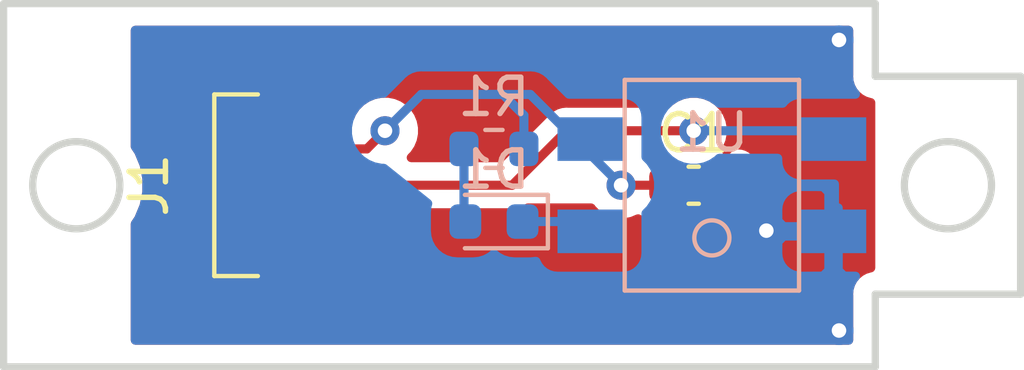
<source format=kicad_pcb>
(kicad_pcb (version 20171130) (host pcbnew "(5.1.10)-1")

  (general
    (thickness 1.6)
    (drawings 14)
    (tracks 26)
    (zones 0)
    (modules 5)
    (nets 6)
  )

  (page A4)
  (layers
    (0 F.Cu signal)
    (31 B.Cu signal)
    (32 B.Adhes user)
    (33 F.Adhes user)
    (34 B.Paste user)
    (35 F.Paste user)
    (36 B.SilkS user)
    (37 F.SilkS user)
    (38 B.Mask user)
    (39 F.Mask user)
    (40 Dwgs.User user)
    (41 Cmts.User user)
    (42 Eco1.User user)
    (43 Eco2.User user)
    (44 Edge.Cuts user)
    (45 Margin user)
    (46 B.CrtYd user)
    (47 F.CrtYd user)
    (48 B.Fab user)
    (49 F.Fab user)
  )

  (setup
    (last_trace_width 0.25)
    (user_trace_width 0.2)
    (trace_clearance 0.2)
    (zone_clearance 0.508)
    (zone_45_only no)
    (trace_min 0.2)
    (via_size 0.8)
    (via_drill 0.4)
    (via_min_size 0.4)
    (via_min_drill 0.3)
    (uvia_size 0.3)
    (uvia_drill 0.1)
    (uvias_allowed no)
    (uvia_min_size 0.2)
    (uvia_min_drill 0.1)
    (edge_width 0.05)
    (segment_width 0.2)
    (pcb_text_width 0.3)
    (pcb_text_size 1.5 1.5)
    (mod_edge_width 0.12)
    (mod_text_size 1 1)
    (mod_text_width 0.15)
    (pad_size 1.524 1.524)
    (pad_drill 0.762)
    (pad_to_mask_clearance 0)
    (aux_axis_origin 0 0)
    (grid_origin 100 100)
    (visible_elements 7FFFFFFF)
    (pcbplotparams
      (layerselection 0x010fc_ffffffff)
      (usegerberextensions false)
      (usegerberattributes true)
      (usegerberadvancedattributes true)
      (creategerberjobfile true)
      (excludeedgelayer true)
      (linewidth 0.100000)
      (plotframeref false)
      (viasonmask false)
      (mode 1)
      (useauxorigin false)
      (hpglpennumber 1)
      (hpglpenspeed 20)
      (hpglpendiameter 15.000000)
      (psnegative false)
      (psa4output false)
      (plotreference true)
      (plotvalue true)
      (plotinvisibletext false)
      (padsonsilk false)
      (subtractmaskfromsilk false)
      (outputformat 1)
      (mirror false)
      (drillshape 1)
      (scaleselection 1)
      (outputdirectory ""))
  )

  (net 0 "")
  (net 1 +5V)
  (net 2 GND)
  (net 3 "Net-(D1-Pad1)")
  (net 4 "Net-(D1-Pad2)")
  (net 5 "Net-(J1-Pad2)")

  (net_class Default "This is the default net class."
    (clearance 0.2)
    (trace_width 0.25)
    (via_dia 0.8)
    (via_drill 0.4)
    (uvia_dia 0.3)
    (uvia_drill 0.1)
    (add_net +5V)
    (add_net GND)
    (add_net "Net-(D1-Pad1)")
    (add_net "Net-(D1-Pad2)")
    (add_net "Net-(J1-Pad2)")
  )

  (module Capacitor_SMD:C_0603_1608Metric (layer F.Cu) (tedit 5F68FEEE) (tstamp 61F771FD)
    (at 19 5)
    (descr "Capacitor SMD 0603 (1608 Metric), square (rectangular) end terminal, IPC_7351 nominal, (Body size source: IPC-SM-782 page 76, https://www.pcb-3d.com/wordpress/wp-content/uploads/ipc-sm-782a_amendment_1_and_2.pdf), generated with kicad-footprint-generator")
    (tags capacitor)
    (path /61F613B2)
    (attr smd)
    (fp_text reference C1 (at 0 -1.43) (layer F.SilkS)
      (effects (font (size 1 1) (thickness 0.15)))
    )
    (fp_text value 0.1u (at 0 1.43) (layer F.Fab)
      (effects (font (size 1 1) (thickness 0.15)))
    )
    (fp_line (start 1.48 0.73) (end -1.48 0.73) (layer F.CrtYd) (width 0.05))
    (fp_line (start 1.48 -0.73) (end 1.48 0.73) (layer F.CrtYd) (width 0.05))
    (fp_line (start -1.48 -0.73) (end 1.48 -0.73) (layer F.CrtYd) (width 0.05))
    (fp_line (start -1.48 0.73) (end -1.48 -0.73) (layer F.CrtYd) (width 0.05))
    (fp_line (start -0.14058 0.51) (end 0.14058 0.51) (layer F.SilkS) (width 0.12))
    (fp_line (start -0.14058 -0.51) (end 0.14058 -0.51) (layer F.SilkS) (width 0.12))
    (fp_line (start 0.8 0.4) (end -0.8 0.4) (layer F.Fab) (width 0.1))
    (fp_line (start 0.8 -0.4) (end 0.8 0.4) (layer F.Fab) (width 0.1))
    (fp_line (start -0.8 -0.4) (end 0.8 -0.4) (layer F.Fab) (width 0.1))
    (fp_line (start -0.8 0.4) (end -0.8 -0.4) (layer F.Fab) (width 0.1))
    (fp_text user %R (at 0 0) (layer F.Fab)
      (effects (font (size 0.4 0.4) (thickness 0.06)))
    )
    (pad 1 smd roundrect (at -0.775 0) (size 0.9 0.95) (layers F.Cu F.Paste F.Mask) (roundrect_rratio 0.25)
      (net 1 +5V))
    (pad 2 smd roundrect (at 0.775 0) (size 0.9 0.95) (layers F.Cu F.Paste F.Mask) (roundrect_rratio 0.25)
      (net 2 GND))
    (model ${KISYS3DMOD}/Capacitor_SMD.3dshapes/C_0603_1608Metric.wrl
      (at (xyz 0 0 0))
      (scale (xyz 1 1 1))
      (rotate (xyz 0 0 0))
    )
  )

  (module Diode_SMD:D_0603_1608Metric (layer B.Cu) (tedit 5F68FEF0) (tstamp 61F771A8)
    (at 13.5 6 180)
    (descr "Diode SMD 0603 (1608 Metric), square (rectangular) end terminal, IPC_7351 nominal, (Body size source: http://www.tortai-tech.com/upload/download/2011102023233369053.pdf), generated with kicad-footprint-generator")
    (tags diode)
    (path /61F61394)
    (attr smd)
    (fp_text reference D1 (at 0 1.43) (layer B.SilkS)
      (effects (font (size 1 1) (thickness 0.15)) (justify mirror))
    )
    (fp_text value SIR19-21C/TR8 (at 0 -1.43) (layer B.Fab)
      (effects (font (size 1 1) (thickness 0.15)) (justify mirror))
    )
    (fp_line (start 1.48 -0.73) (end -1.48 -0.73) (layer B.CrtYd) (width 0.05))
    (fp_line (start 1.48 0.73) (end 1.48 -0.73) (layer B.CrtYd) (width 0.05))
    (fp_line (start -1.48 0.73) (end 1.48 0.73) (layer B.CrtYd) (width 0.05))
    (fp_line (start -1.48 -0.73) (end -1.48 0.73) (layer B.CrtYd) (width 0.05))
    (fp_line (start -1.485 -0.735) (end 0.8 -0.735) (layer B.SilkS) (width 0.12))
    (fp_line (start -1.485 0.735) (end -1.485 -0.735) (layer B.SilkS) (width 0.12))
    (fp_line (start 0.8 0.735) (end -1.485 0.735) (layer B.SilkS) (width 0.12))
    (fp_line (start 0.8 -0.4) (end 0.8 0.4) (layer B.Fab) (width 0.1))
    (fp_line (start -0.8 -0.4) (end 0.8 -0.4) (layer B.Fab) (width 0.1))
    (fp_line (start -0.8 0.1) (end -0.8 -0.4) (layer B.Fab) (width 0.1))
    (fp_line (start -0.5 0.4) (end -0.8 0.1) (layer B.Fab) (width 0.1))
    (fp_line (start 0.8 0.4) (end -0.5 0.4) (layer B.Fab) (width 0.1))
    (fp_text user %R (at 0 0) (layer B.Fab)
      (effects (font (size 0.4 0.4) (thickness 0.06)) (justify mirror))
    )
    (pad 1 smd roundrect (at -0.7875 0 180) (size 0.875 0.95) (layers B.Cu B.Paste B.Mask) (roundrect_rratio 0.25)
      (net 3 "Net-(D1-Pad1)"))
    (pad 2 smd roundrect (at 0.7875 0 180) (size 0.875 0.95) (layers B.Cu B.Paste B.Mask) (roundrect_rratio 0.25)
      (net 4 "Net-(D1-Pad2)"))
    (model ${KISYS3DMOD}/Diode_SMD.3dshapes/D_0603_1608Metric.wrl
      (at (xyz 0 0 0))
      (scale (xyz 1 1 1))
      (rotate (xyz 0 0 0))
    )
  )

  (module SH:SH_01x03 (layer F.Cu) (tedit 61F4D2AA) (tstamp 61F771D7)
    (at 8 5 90)
    (path /61F613A7)
    (fp_text reference J1 (at 0 -4 90) (layer F.SilkS)
      (effects (font (size 1 1) (thickness 0.15)))
    )
    (fp_text value SH3 (at 0 1.75 90) (layer F.Fab)
      (effects (font (size 1 1) (thickness 0.15)))
    )
    (fp_line (start -2.5 -2.2) (end 2.5 -2.2) (layer F.SilkS) (width 0.12))
    (fp_line (start -2.5 -2.2) (end -2.5 -1) (layer F.SilkS) (width 0.12))
    (fp_line (start 2.5 -2.2) (end 2.5 -1) (layer F.SilkS) (width 0.12))
    (pad 3 smd rect (at 1 -2.525 90) (size 0.6 1.55) (layers F.Cu F.Paste F.Mask)
      (net 1 +5V))
    (pad 1 smd rect (at -1 -2.525 90) (size 0.6 1.55) (layers F.Cu F.Paste F.Mask)
      (net 2 GND))
    (pad 2 smd rect (at 0 -2.525 90) (size 0.6 1.55) (layers F.Cu F.Paste F.Mask)
      (net 5 "Net-(J1-Pad2)"))
    (pad MP smd rect (at -2.3 0 90) (size 1.2 1.8) (layers F.Cu F.Paste F.Mask))
    (pad MP smd rect (at 2.3 0 90) (size 1.2 1.8) (layers F.Cu F.Paste F.Mask))
  )

  (module Resistor_SMD:R_0603_1608Metric (layer B.Cu) (tedit 5F68FEEE) (tstamp 61F77152)
    (at 13.5 4 180)
    (descr "Resistor SMD 0603 (1608 Metric), square (rectangular) end terminal, IPC_7351 nominal, (Body size source: IPC-SM-782 page 72, https://www.pcb-3d.com/wordpress/wp-content/uploads/ipc-sm-782a_amendment_1_and_2.pdf), generated with kicad-footprint-generator")
    (tags resistor)
    (path /61F6139A)
    (attr smd)
    (fp_text reference R1 (at 0 1.43) (layer B.SilkS)
      (effects (font (size 1 1) (thickness 0.15)) (justify mirror))
    )
    (fp_text value 68 (at 0 -1.43) (layer B.Fab)
      (effects (font (size 1 1) (thickness 0.15)) (justify mirror))
    )
    (fp_line (start 1.48 -0.73) (end -1.48 -0.73) (layer B.CrtYd) (width 0.05))
    (fp_line (start 1.48 0.73) (end 1.48 -0.73) (layer B.CrtYd) (width 0.05))
    (fp_line (start -1.48 0.73) (end 1.48 0.73) (layer B.CrtYd) (width 0.05))
    (fp_line (start -1.48 -0.73) (end -1.48 0.73) (layer B.CrtYd) (width 0.05))
    (fp_line (start -0.237258 -0.5225) (end 0.237258 -0.5225) (layer B.SilkS) (width 0.12))
    (fp_line (start -0.237258 0.5225) (end 0.237258 0.5225) (layer B.SilkS) (width 0.12))
    (fp_line (start 0.8 -0.4125) (end -0.8 -0.4125) (layer B.Fab) (width 0.1))
    (fp_line (start 0.8 0.4125) (end 0.8 -0.4125) (layer B.Fab) (width 0.1))
    (fp_line (start -0.8 0.4125) (end 0.8 0.4125) (layer B.Fab) (width 0.1))
    (fp_line (start -0.8 -0.4125) (end -0.8 0.4125) (layer B.Fab) (width 0.1))
    (fp_text user %R (at 0 0) (layer B.Fab)
      (effects (font (size 0.4 0.4) (thickness 0.06)) (justify mirror))
    )
    (pad 1 smd roundrect (at -0.825 0 180) (size 0.8 0.95) (layers B.Cu B.Paste B.Mask) (roundrect_rratio 0.25)
      (net 1 +5V))
    (pad 2 smd roundrect (at 0.825 0 180) (size 0.8 0.95) (layers B.Cu B.Paste B.Mask) (roundrect_rratio 0.25)
      (net 4 "Net-(D1-Pad2)"))
    (model ${KISYS3DMOD}/Resistor_SMD.3dshapes/R_0603_1608Metric.wrl
      (at (xyz 0 0 0))
      (scale (xyz 1 1 1))
      (rotate (xyz 0 0 0))
    )
  )

  (module sens:S7136 (layer B.Cu) (tedit 61F47F44) (tstamp 61F7717E)
    (at 19.5 5)
    (path /61F6138D)
    (fp_text reference U1 (at 0 -1.450002) (layer B.SilkS)
      (effects (font (size 1 1) (thickness 0.15)) (justify mirror))
    )
    (fp_text value S7136 (at 0 1.450002) (layer B.Fab)
      (effects (font (size 1 1) (thickness 0.15)) (justify mirror))
    )
    (fp_circle (center 0 1.450002) (end 0 0.966668) (layer B.SilkS) (width 0.12))
    (fp_line (start -2.4 2.9) (end 2.4 2.9) (layer B.SilkS) (width 0.12))
    (fp_line (start -2.4 -2.9) (end -2.4 2.9) (layer B.SilkS) (width 0.12))
    (fp_line (start 2.4 -2.9) (end -2.4 -2.9) (layer B.SilkS) (width 0.12))
    (fp_line (start 2.4 2.9) (end 2.4 -2.9) (layer B.SilkS) (width 0.12))
    (pad 1 smd rect (at -3.35 1.27) (size 1.8 1.2) (layers B.Cu B.Paste B.Mask)
      (net 3 "Net-(D1-Pad1)"))
    (pad 2 smd rect (at -3.35 -1.27) (size 1.8 1.2) (layers B.Cu B.Paste B.Mask)
      (net 1 +5V))
    (pad 3 smd rect (at 3.35 -1.27) (size 1.8 1.2) (layers B.Cu B.Paste B.Mask)
      (net 5 "Net-(J1-Pad2)"))
    (pad 4 smd rect (at 3.35 1.27) (size 1.8 1.2) (layers B.Cu B.Paste B.Mask)
      (net 2 GND))
  )

  (gr_circle (center 2 4.999999) (end 3.2 4.999999) (layer Edge.Cuts) (width 0.2))
  (gr_circle (center 26 4.999999) (end 27.2 4.999999) (layer Edge.Cuts) (width 0.2))
  (gr_line (start 27.999999 7.999999) (end 27.999999 1.999999) (layer Edge.Cuts) (width 0.2))
  (gr_line (start 23.999999 7.999999) (end 27.999999 7.999999) (layer Edge.Cuts) (width 0.2))
  (gr_line (start 23.999999 9.999999) (end 23.999999 7.999999) (layer Edge.Cuts) (width 0.2))
  (gr_line (start 0 9.999999) (end 23.999999 9.999999) (layer Edge.Cuts) (width 0.2))
  (gr_line (start 0 0) (end 0 9.999999) (layer Edge.Cuts) (width 0.2))
  (gr_line (start 23.999999 0) (end 0 0) (layer Edge.Cuts) (width 0.2))
  (gr_line (start 23.999999 2) (end 23.999999 0) (layer Edge.Cuts) (width 0.2))
  (gr_line (start 27.999999 1.999999) (end 23.999999 2) (layer Edge.Cuts) (width 0.2))
  (gr_line (start 23.5 2) (end 4 2) (layer Dwgs.User) (width 0.15) (tstamp 61F77131))
  (gr_line (start 23.5 8) (end 23.5 2) (layer Dwgs.User) (width 0.15) (tstamp 61F7713D))
  (gr_line (start 4 8) (end 23.5 8) (layer Dwgs.User) (width 0.15) (tstamp 61F77128))
  (gr_line (start 4 2) (end 4 8) (layer Dwgs.User) (width 0.15) (tstamp 61F77140))

  (segment (start 15.88 4) (end 16.15 3.73) (width 0.25) (layer B.Cu) (net 1) (tstamp 61F77239))
  (via (at 17 5) (size 0.8) (drill 0.4) (layers F.Cu B.Cu) (net 1) (tstamp 61F77284))
  (segment (start 18.225 5) (end 17 5) (width 0.25) (layer F.Cu) (net 1) (tstamp 61F7723F))
  (segment (start 17 5) (end 14.5 2.5) (width 0.25) (layer B.Cu) (net 1) (tstamp 61F7726C))
  (via (at 10.5 3.5) (size 0.8) (drill 0.4) (layers F.Cu B.Cu) (net 1) (tstamp 61F77281))
  (segment (start 11.5 2.5) (end 10.5 3.5) (width 0.25) (layer B.Cu) (net 1) (tstamp 61F77251))
  (segment (start 10 4) (end 5.475 4) (width 0.25) (layer F.Cu) (net 1) (tstamp 61F7724E))
  (segment (start 10.5 3.5) (end 10 4) (width 0.25) (layer F.Cu) (net 1) (tstamp 61F77248))
  (segment (start 13 2.5) (end 13.75 2.5) (width 0.25) (layer B.Cu) (net 1) (tstamp 61F77254))
  (segment (start 14.5 2.5) (end 13 2.5) (width 0.25) (layer B.Cu) (net 1) (tstamp 61F77269))
  (segment (start 13 2.5) (end 11.5 2.5) (width 0.25) (layer B.Cu) (net 1) (tstamp 61F7725A))
  (segment (start 14.325 3.075) (end 14.325 4) (width 0.25) (layer B.Cu) (net 1) (tstamp 61F77260))
  (segment (start 13.75 2.5) (end 14.325 3.075) (width 0.25) (layer B.Cu) (net 1) (tstamp 61F7724B))
  (via (at 23 9) (size 0.8) (drill 0.4) (layers F.Cu B.Cu) (net 2) (tstamp 61F7726F))
  (via (at 23 1) (size 0.8) (drill 0.4) (layers F.Cu B.Cu) (net 2) (tstamp 61F77278))
  (via (at 21 6.25) (size 0.8) (drill 0.4) (layers F.Cu B.Cu) (net 2) (tstamp 61F77275))
  (segment (start 15.88 6) (end 16.15 6.27) (width 0.25) (layer B.Cu) (net 3) (tstamp 61F77245))
  (segment (start 14.2875 6) (end 15.88 6) (width 0.25) (layer B.Cu) (net 3) (tstamp 61F77242))
  (segment (start 12.675 5.9625) (end 12.7125 6) (width 0.25) (layer B.Cu) (net 4) (tstamp 61F77236))
  (segment (start 12.675 4) (end 12.675 5.9625) (width 0.25) (layer B.Cu) (net 4) (tstamp 61F7723C))
  (segment (start 5.475 5) (end 14 5) (width 0.25) (layer F.Cu) (net 5) (tstamp 61F77233))
  (via (at 19 3.5) (size 0.8) (drill 0.4) (layers F.Cu B.Cu) (net 5) (tstamp 61F77272))
  (segment (start 15.5 3.5) (end 19 3.5) (width 0.25) (layer F.Cu) (net 5) (tstamp 61F77266))
  (segment (start 14 5) (end 15.5 3.5) (width 0.25) (layer F.Cu) (net 5) (tstamp 61F77263))
  (segment (start 22.62 3.5) (end 22.85 3.73) (width 0.25) (layer B.Cu) (net 5) (tstamp 61F7725D))
  (segment (start 19 3.5) (end 22.62 3.5) (width 0.25) (layer B.Cu) (net 5) (tstamp 61F77257))

  (zone (net 0) (net_name "") (layer B.Cu) (tstamp 61F7722A) (hatch edge 0.508)
    (connect_pads (clearance 0.508))
    (min_thickness 0.254)
    (keepout (tracks allowed) (vias allowed) (copperpour not_allowed))
    (fill (arc_segments 32) (thermal_gap 0.508) (thermal_bridge_width 0.508))
    (polygon
      (pts
        (xy 10 4) (xy 11.5 2.5) (xy 12.5 2.5) (xy 12.5 6)
      )
    )
  )
  (zone (net 2) (net_name GND) (layer B.Cu) (tstamp 61F7722D) (hatch edge 0.508)
    (connect_pads (clearance 0.508))
    (min_thickness 0.254)
    (fill yes (arc_segments 32) (thermal_gap 0.508) (thermal_bridge_width 0.508))
    (polygon
      (pts
        (xy 0 0) (xy 24 0) (xy 24 2) (xy 28 2) (xy 28 8)
        (xy 24 8) (xy 24 10) (xy 0 10)
      )
    )
    (filled_polygon
      (pts
        (xy 23.264999 1.963902) (xy 23.261444 2) (xy 23.264999 2.036095) (xy 23.264999 2.036104) (xy 23.275634 2.144084)
        (xy 23.317662 2.282632) (xy 23.385912 2.410319) (xy 23.452887 2.491928) (xy 21.95 2.491928) (xy 21.825518 2.504188)
        (xy 21.70582 2.540498) (xy 21.595506 2.599463) (xy 21.498815 2.678815) (xy 21.448602 2.74) (xy 19.703711 2.74)
        (xy 19.659774 2.696063) (xy 19.490256 2.582795) (xy 19.301898 2.504774) (xy 19.101939 2.465) (xy 18.898061 2.465)
        (xy 18.698102 2.504774) (xy 18.509744 2.582795) (xy 18.340226 2.696063) (xy 18.196063 2.840226) (xy 18.082795 3.009744)
        (xy 18.004774 3.198102) (xy 17.965 3.398061) (xy 17.965 3.601939) (xy 18.004774 3.801898) (xy 18.082795 3.990256)
        (xy 18.196063 4.159774) (xy 18.340226 4.303937) (xy 18.509744 4.417205) (xy 18.698102 4.495226) (xy 18.898061 4.535)
        (xy 19.101939 4.535) (xy 19.301898 4.495226) (xy 19.490256 4.417205) (xy 19.659774 4.303937) (xy 19.703711 4.26)
        (xy 21.311928 4.26) (xy 21.311928 4.33) (xy 21.324188 4.454482) (xy 21.360498 4.57418) (xy 21.419463 4.684494)
        (xy 21.498815 4.781185) (xy 21.595506 4.860537) (xy 21.70582 4.919502) (xy 21.825518 4.955812) (xy 21.95 4.968072)
        (xy 22.873 4.968072) (xy 22.873 5.5) (xy 22.87544 5.524776) (xy 22.882667 5.548601) (xy 22.894403 5.570557)
        (xy 22.910197 5.589803) (xy 22.929443 5.605597) (xy 22.951399 5.617333) (xy 22.975224 5.62456) (xy 22.977 5.624735)
        (xy 22.977 6.143) (xy 22.997 6.143) (xy 22.997 6.397) (xy 22.977 6.397) (xy 22.977 7.34625)
        (xy 23.13575 7.505) (xy 23.4541 7.506592) (xy 23.385912 7.589679) (xy 23.317662 7.717366) (xy 23.275634 7.855914)
        (xy 23.261443 7.999999) (xy 23.265 8.036114) (xy 23.264999 9.264999) (xy 3.627 9.264999) (xy 3.627 6.066984)
        (xy 3.724156 5.92158) (xy 3.870818 5.567506) (xy 3.945586 5.191623) (xy 3.945586 4.808375) (xy 3.870818 4.432492)
        (xy 3.724156 4.078418) (xy 3.627 3.933014) (xy 3.627 3.398061) (xy 9.465 3.398061) (xy 9.465 3.601939)
        (xy 9.504774 3.801898) (xy 9.582795 3.990256) (xy 9.696063 4.159774) (xy 9.840226 4.303937) (xy 10.009744 4.417205)
        (xy 10.198102 4.495226) (xy 10.398061 4.535) (xy 10.465451 4.535) (xy 11.675664 5.50317) (xy 11.653392 5.576592)
        (xy 11.636928 5.74375) (xy 11.636928 6.25625) (xy 11.653392 6.423408) (xy 11.70215 6.584142) (xy 11.781329 6.732275)
        (xy 11.887885 6.862115) (xy 12.017725 6.968671) (xy 12.165858 7.04785) (xy 12.326592 7.096608) (xy 12.49375 7.113072)
        (xy 12.93125 7.113072) (xy 13.098408 7.096608) (xy 13.259142 7.04785) (xy 13.407275 6.968671) (xy 13.5 6.892574)
        (xy 13.592725 6.968671) (xy 13.740858 7.04785) (xy 13.901592 7.096608) (xy 14.06875 7.113072) (xy 14.50625 7.113072)
        (xy 14.655697 7.098352) (xy 14.660498 7.11418) (xy 14.719463 7.224494) (xy 14.798815 7.321185) (xy 14.895506 7.400537)
        (xy 15.00582 7.459502) (xy 15.125518 7.495812) (xy 15.25 7.508072) (xy 17.05 7.508072) (xy 17.174482 7.495812)
        (xy 17.29418 7.459502) (xy 17.404494 7.400537) (xy 17.501185 7.321185) (xy 17.580537 7.224494) (xy 17.639502 7.11418)
        (xy 17.675812 6.994482) (xy 17.688072 6.87) (xy 21.311928 6.87) (xy 21.324188 6.994482) (xy 21.360498 7.11418)
        (xy 21.419463 7.224494) (xy 21.498815 7.321185) (xy 21.595506 7.400537) (xy 21.70582 7.459502) (xy 21.825518 7.495812)
        (xy 21.95 7.508072) (xy 22.56425 7.505) (xy 22.723 7.34625) (xy 22.723 6.397) (xy 21.47375 6.397)
        (xy 21.315 6.55575) (xy 21.311928 6.87) (xy 17.688072 6.87) (xy 17.688072 5.775639) (xy 17.793711 5.67)
        (xy 21.311928 5.67) (xy 21.315 5.98425) (xy 21.47375 6.143) (xy 22.723 6.143) (xy 22.723 5.19375)
        (xy 22.56425 5.035) (xy 21.95 5.031928) (xy 21.825518 5.044188) (xy 21.70582 5.080498) (xy 21.595506 5.139463)
        (xy 21.498815 5.218815) (xy 21.419463 5.315506) (xy 21.360498 5.42582) (xy 21.324188 5.545518) (xy 21.311928 5.67)
        (xy 17.793711 5.67) (xy 17.803937 5.659774) (xy 17.917205 5.490256) (xy 17.995226 5.301898) (xy 18.035 5.101939)
        (xy 18.035 4.898061) (xy 17.995226 4.698102) (xy 17.917205 4.509744) (xy 17.803937 4.340226) (xy 17.688072 4.224361)
        (xy 17.688072 3.13) (xy 17.675812 3.005518) (xy 17.639502 2.88582) (xy 17.580537 2.775506) (xy 17.501185 2.678815)
        (xy 17.404494 2.599463) (xy 17.29418 2.540498) (xy 17.174482 2.504188) (xy 17.05 2.491928) (xy 15.566729 2.491928)
        (xy 15.063804 1.989003) (xy 15.040001 1.959999) (xy 14.924276 1.865026) (xy 14.792247 1.794454) (xy 14.648986 1.750997)
        (xy 14.537333 1.74) (xy 14.537322 1.74) (xy 14.5 1.736324) (xy 14.462678 1.74) (xy 13.787322 1.74)
        (xy 13.75 1.736324) (xy 13.712678 1.74) (xy 11.537333 1.74) (xy 11.5 1.736323) (xy 11.462667 1.74)
        (xy 11.351014 1.750997) (xy 11.207753 1.794454) (xy 11.075724 1.865026) (xy 10.959999 1.959999) (xy 10.936201 1.988997)
        (xy 10.460199 2.465) (xy 10.398061 2.465) (xy 10.198102 2.504774) (xy 10.009744 2.582795) (xy 9.840226 2.696063)
        (xy 9.696063 2.840226) (xy 9.582795 3.009744) (xy 9.504774 3.198102) (xy 9.465 3.398061) (xy 3.627 3.398061)
        (xy 3.627 0.735) (xy 23.265 0.735)
      )
    )
  )
  (zone (net 0) (net_name "") (layer B.Cu) (tstamp 61F77227) (hatch edge 0.508)
    (connect_pads (clearance 0.508))
    (min_thickness 0.254)
    (keepout (tracks allowed) (vias allowed) (copperpour not_allowed))
    (fill (arc_segments 32) (thermal_gap 0.508) (thermal_bridge_width 0.508))
    (polygon
      (pts
        (xy 24 2) (xy 28 2) (xy 28 8) (xy 24 8)
      )
    )
  )
  (zone (net 0) (net_name "") (layer B.Cu) (tstamp 61F77230) (hatch edge 0.508)
    (connect_pads (clearance 0.508))
    (min_thickness 0.254)
    (keepout (tracks allowed) (vias allowed) (copperpour not_allowed))
    (fill (arc_segments 32) (thermal_gap 0.508) (thermal_bridge_width 0.508))
    (polygon
      (pts
        (xy 23 4.5) (xy 24 4.5) (xy 24 5.5) (xy 23 5.5)
      )
    )
  )
  (zone (net 2) (net_name GND) (layer F.Cu) (tstamp 61F7721E) (hatch edge 0.508)
    (connect_pads (clearance 0.508))
    (min_thickness 0.254)
    (fill yes (arc_segments 32) (thermal_gap 0.508) (thermal_bridge_width 0.508))
    (polygon
      (pts
        (xy 0 0) (xy 24 0) (xy 24 2) (xy 28 2) (xy 28 8)
        (xy 24 8) (xy 24 10) (xy 0 10)
      )
    )
    (filled_polygon
      (pts
        (xy 23.264999 1.963902) (xy 23.261444 2) (xy 23.264999 2.036095) (xy 23.264999 2.036104) (xy 23.275634 2.144084)
        (xy 23.317662 2.282632) (xy 23.385912 2.410319) (xy 23.477761 2.522237) (xy 23.589679 2.614087) (xy 23.717366 2.682337)
        (xy 23.855914 2.724365) (xy 23.873 2.726048) (xy 23.873 7.273951) (xy 23.855914 7.275634) (xy 23.717366 7.317662)
        (xy 23.589679 7.385912) (xy 23.477761 7.477761) (xy 23.385912 7.589679) (xy 23.317662 7.717366) (xy 23.275634 7.855914)
        (xy 23.261443 7.999999) (xy 23.265 8.036114) (xy 23.264999 9.264999) (xy 3.627 9.264999) (xy 3.627 6.3)
        (xy 4.061928 6.3) (xy 4.074188 6.424482) (xy 4.110498 6.54418) (xy 4.169463 6.654494) (xy 4.248815 6.751185)
        (xy 4.345506 6.830537) (xy 4.45582 6.889502) (xy 4.575518 6.925812) (xy 4.7 6.938072) (xy 5.18925 6.935)
        (xy 5.348 6.77625) (xy 5.348 6.127) (xy 5.602 6.127) (xy 5.602 6.77625) (xy 5.76075 6.935)
        (xy 6.25 6.938072) (xy 6.374482 6.925812) (xy 6.461928 6.899286) (xy 6.461928 7.9) (xy 6.474188 8.024482)
        (xy 6.510498 8.14418) (xy 6.569463 8.254494) (xy 6.648815 8.351185) (xy 6.745506 8.430537) (xy 6.85582 8.489502)
        (xy 6.975518 8.525812) (xy 7.1 8.538072) (xy 8.9 8.538072) (xy 9.024482 8.525812) (xy 9.14418 8.489502)
        (xy 9.254494 8.430537) (xy 9.351185 8.351185) (xy 9.430537 8.254494) (xy 9.489502 8.14418) (xy 9.525812 8.024482)
        (xy 9.538072 7.9) (xy 9.538072 6.7) (xy 9.525812 6.575518) (xy 9.489502 6.45582) (xy 9.430537 6.345506)
        (xy 9.351185 6.248815) (xy 9.254494 6.169463) (xy 9.14418 6.110498) (xy 9.024482 6.074188) (xy 8.9 6.061928)
        (xy 7.1 6.061928) (xy 6.975518 6.074188) (xy 6.85582 6.110498) (xy 6.760629 6.161379) (xy 6.72625 6.127)
        (xy 5.602 6.127) (xy 5.348 6.127) (xy 4.22375 6.127) (xy 4.065 6.28575) (xy 4.061928 6.3)
        (xy 3.627 6.3) (xy 3.627 6.066984) (xy 3.724156 5.92158) (xy 3.870818 5.567506) (xy 3.945586 5.191623)
        (xy 3.945586 4.808375) (xy 3.870818 4.432492) (xy 3.724156 4.078418) (xy 3.627 3.933014) (xy 3.627 3.7)
        (xy 4.061928 3.7) (xy 4.061928 4.3) (xy 4.074188 4.424482) (xy 4.097096 4.5) (xy 4.074188 4.575518)
        (xy 4.061928 4.7) (xy 4.061928 5.3) (xy 4.074188 5.424482) (xy 4.097096 5.5) (xy 4.074188 5.575518)
        (xy 4.061928 5.7) (xy 4.065 5.71425) (xy 4.22375 5.873) (xy 4.424947 5.873) (xy 4.45582 5.889502)
        (xy 4.575518 5.925812) (xy 4.7 5.938072) (xy 6.25 5.938072) (xy 6.374482 5.925812) (xy 6.49418 5.889502)
        (xy 6.525053 5.873) (xy 6.72625 5.873) (xy 6.83925 5.76) (xy 13.962678 5.76) (xy 14 5.763676)
        (xy 14.037322 5.76) (xy 14.037333 5.76) (xy 14.148986 5.749003) (xy 14.292247 5.705546) (xy 14.424276 5.634974)
        (xy 14.433992 5.627) (xy 16.174164 5.627) (xy 16.196063 5.659774) (xy 16.340226 5.803937) (xy 16.509744 5.917205)
        (xy 16.698102 5.995226) (xy 16.898061 6.035) (xy 17.101939 6.035) (xy 17.301898 5.995226) (xy 17.469534 5.925789)
        (xy 17.520503 5.967618) (xy 17.669717 6.047375) (xy 17.831623 6.096488) (xy 18 6.113072) (xy 18.45 6.113072)
        (xy 18.618377 6.096488) (xy 18.780283 6.047375) (xy 18.926351 5.9693) (xy 18.970506 6.005537) (xy 19.08082 6.064502)
        (xy 19.200518 6.100812) (xy 19.325 6.113072) (xy 19.48925 6.11) (xy 19.648 5.95125) (xy 19.648 5.127)
        (xy 19.902 5.127) (xy 19.902 5.95125) (xy 20.06075 6.11) (xy 20.225 6.113072) (xy 20.349482 6.100812)
        (xy 20.46918 6.064502) (xy 20.579494 6.005537) (xy 20.676185 5.926185) (xy 20.755537 5.829494) (xy 20.814502 5.71918)
        (xy 20.850812 5.599482) (xy 20.863072 5.475) (xy 20.86 5.28575) (xy 20.70125 5.127) (xy 19.902 5.127)
        (xy 19.648 5.127) (xy 19.628 5.127) (xy 19.628 4.873) (xy 19.648 4.873) (xy 19.648 4.853)
        (xy 19.902 4.853) (xy 19.902 4.873) (xy 20.70125 4.873) (xy 20.86 4.71425) (xy 20.863072 4.525)
        (xy 20.850812 4.400518) (xy 20.814502 4.28082) (xy 20.755537 4.170506) (xy 20.676185 4.073815) (xy 20.579494 3.994463)
        (xy 20.46918 3.935498) (xy 20.349482 3.899188) (xy 20.225 3.886928) (xy 20.06075 3.89) (xy 19.902002 4.048748)
        (xy 19.902002 4.013009) (xy 19.917205 3.990256) (xy 19.995226 3.801898) (xy 20.035 3.601939) (xy 20.035 3.398061)
        (xy 19.995226 3.198102) (xy 19.917205 3.009744) (xy 19.803937 2.840226) (xy 19.659774 2.696063) (xy 19.490256 2.582795)
        (xy 19.301898 2.504774) (xy 19.101939 2.465) (xy 18.898061 2.465) (xy 18.698102 2.504774) (xy 18.509744 2.582795)
        (xy 18.340226 2.696063) (xy 18.296289 2.74) (xy 15.537322 2.74) (xy 15.499999 2.736324) (xy 15.462676 2.74)
        (xy 15.462667 2.74) (xy 15.351014 2.750997) (xy 15.207753 2.794454) (xy 15.075724 2.865026) (xy 14.959999 2.959999)
        (xy 14.936201 2.988997) (xy 13.685199 4.24) (xy 11.223711 4.24) (xy 11.303937 4.159774) (xy 11.417205 3.990256)
        (xy 11.495226 3.801898) (xy 11.535 3.601939) (xy 11.535 3.398061) (xy 11.495226 3.198102) (xy 11.417205 3.009744)
        (xy 11.303937 2.840226) (xy 11.159774 2.696063) (xy 10.990256 2.582795) (xy 10.801898 2.504774) (xy 10.601939 2.465)
        (xy 10.398061 2.465) (xy 10.198102 2.504774) (xy 10.009744 2.582795) (xy 9.840226 2.696063) (xy 9.696063 2.840226)
        (xy 9.582795 3.009744) (xy 9.538072 3.117714) (xy 9.538072 2.1) (xy 9.525812 1.975518) (xy 9.489502 1.85582)
        (xy 9.430537 1.745506) (xy 9.351185 1.648815) (xy 9.254494 1.569463) (xy 9.14418 1.510498) (xy 9.024482 1.474188)
        (xy 8.9 1.461928) (xy 7.1 1.461928) (xy 6.975518 1.474188) (xy 6.85582 1.510498) (xy 6.745506 1.569463)
        (xy 6.648815 1.648815) (xy 6.569463 1.745506) (xy 6.510498 1.85582) (xy 6.474188 1.975518) (xy 6.461928 2.1)
        (xy 6.461928 3.100714) (xy 6.374482 3.074188) (xy 6.25 3.061928) (xy 4.7 3.061928) (xy 4.575518 3.074188)
        (xy 4.45582 3.110498) (xy 4.345506 3.169463) (xy 4.248815 3.248815) (xy 4.169463 3.345506) (xy 4.110498 3.45582)
        (xy 4.074188 3.575518) (xy 4.061928 3.7) (xy 3.627 3.7) (xy 3.627 0.735) (xy 23.265 0.735)
      )
    )
  )
  (zone (net 0) (net_name "") (layer F.Cu) (tstamp 61F77224) (hatch edge 0.508)
    (connect_pads (clearance 0.508))
    (min_thickness 0.254)
    (keepout (tracks allowed) (vias allowed) (copperpour not_allowed))
    (fill (arc_segments 32) (thermal_gap 0.508) (thermal_bridge_width 0.508))
    (polygon
      (pts
        (xy 24 2) (xy 28 2) (xy 28 8) (xy 24 8)
      )
    )
  )
  (zone (net 0) (net_name "") (layer F.Cu) (tstamp 61F77221) (hatch edge 0.508)
    (connect_pads (clearance 0.508))
    (min_thickness 0.254)
    (keepout (tracks allowed) (vias allowed) (copperpour not_allowed))
    (fill (arc_segments 32) (thermal_gap 0.508) (thermal_bridge_width 0.508))
    (polygon
      (pts
        (xy 16 3.5) (xy 17 3.5) (xy 17 5.5) (xy 14 5.5)
      )
    )
  )
  (zone (net 0) (net_name "") (layers F&B.Cu) (tstamp 0) (hatch edge 0.508)
    (connect_pads (clearance 0.508))
    (min_thickness 0.254)
    (keepout (tracks allowed) (vias allowed) (copperpour not_allowed))
    (fill (arc_segments 32) (thermal_gap 0.508) (thermal_bridge_width 0.508))
    (polygon
      (pts
        (xy 3.5 10) (xy 0 10) (xy 0 0) (xy 3.5 0)
      )
    )
  )
)

</source>
